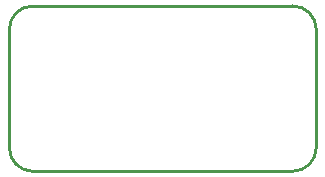
<source format=gko>
G04 Layer_Color=16711935*
%FSLAX44Y44*%
%MOMM*%
G71*
G01*
G75*
%ADD20C,0.2540*%
D20*
X240000Y0D02*
G03*
X260000Y20000I0J20000D01*
G01*
Y120000D02*
G03*
X240000Y140000I-20000J0D01*
G01*
X0Y20000D02*
G03*
X20000Y0I20000J0D01*
G01*
Y140000D02*
G03*
X0Y120000I0J-20000D01*
G01*
X20000Y0D02*
X240000D01*
X260000Y20000D02*
Y120000D01*
X20000Y140000D02*
X240000D01*
X0Y20000D02*
Y120000D01*
M02*

</source>
